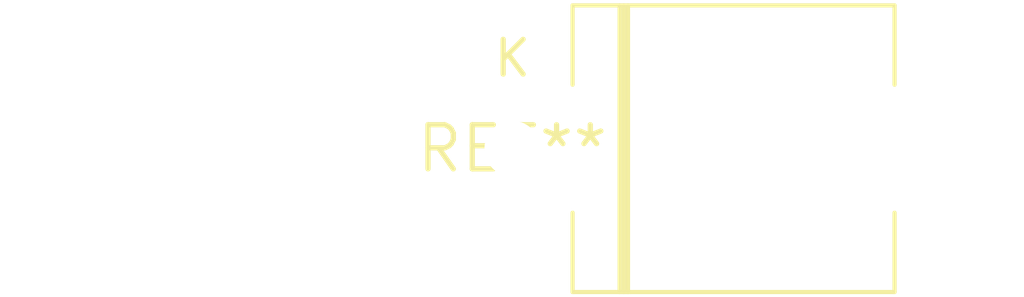
<source format=kicad_pcb>
(kicad_pcb (version 20240108) (generator pcbnew)
  (layers (0 "F.Cu" signal) (31 "B.Cu" signal) (34 "B.Paste" user) (35 "F.Paste" user) (36 "B.SilkS" user "B.Silkscreen") (37 "F.SilkS" user "F.Silkscreen") (38 "B.Mask" user) (39 "F.Mask" user) (44 "Edge.Cuts" user))
  (net 0 "")
  (footprint "D_5KPW_P12.70mm_Horizontal" (layer "F.Cu") (at 0 0)
    (property "Reference" "REF**")
    (property "Value" "D_5KPW_P12.70mm_Horizontal")
    (fp_line (start 1.73 -4.12) (end 10.97 -4.12) (layer "F.SilkS") (stroke (width 0.12)))
    (fp_line (start 1.73 -1.84) (end 1.73 -4.12) (layer "F.SilkS") (stroke (width 0.12)))
    (fp_line (start 1.73 1.84) (end 1.73 4.12) (layer "F.SilkS") (stroke (width 0.12)))
    (fp_line (start 1.73 4.12) (end 10.97 4.12) (layer "F.SilkS") (stroke (width 0.12)))
    (fp_line (start 3.08 -4.12) (end 3.08 4.12) (layer "F.SilkS") (stroke (width 0.12)))
    (fp_line (start 3.2 -4.12) (end 3.2 4.12) (layer "F.SilkS") (stroke (width 0.12)))
    (fp_line (start 3.32 -4.12) (end 3.32 4.12) (layer "F.SilkS") (stroke (width 0.12)))
    (fp_line (start 10.97 -4.12) (end 10.97 -1.84) (layer "F.SilkS") (stroke (width 0.12)))
    (fp_line (start 10.97 4.12) (end 10.97 1.84) (layer "F.SilkS") (stroke (width 0.12)))
    (fp_text user "K" (at 0 -2.6 0) (layer "F.SilkS"))
    (pad "1" thru_hole rect (at 0 0) (size 3.2 3.2) (drill 1.6) (layers *.Cu *.Mask) (remove_unused_layers))
    (pad "2" thru_hole oval (at 12.7 0) (size 3.2 3.2) (drill 1.6) (layers *.Cu *.Mask) (remove_unused_layers))
  )
)
</source>
